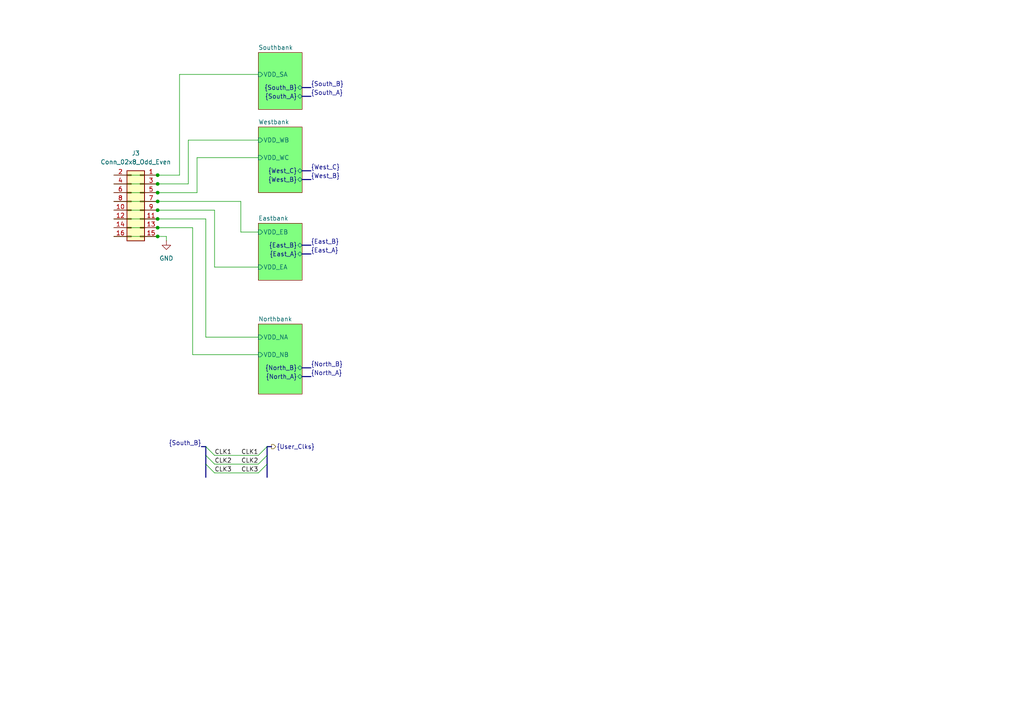
<source format=kicad_sch>
(kicad_sch (version 20250114) (generator "eeschema") (generator_version "9.0")
  (paper "A4")
  (title_block (title "SoM Programmer & Tester") (date "2024-12-20") (rev "0.1") (company "Technische Hochschule Köln") (comment 1 "Felix Sebastian Nitz"))
  (lib_symbols
    (symbol "Connector_Generic:Conn_02x08_Odd_Even" (pin_names (offset 1.016) (hide yes))
      (property "Reference" "J" (at 1.27 10.16 0))
      (property "Value" "Conn_02x08_Odd_Even" (at 1.27 -12.7 0))
      (symbol "Conn_02x08_Odd_Even_1_1"
        (rectangle (start -1.27 8.89) (end 3.81 -11.43) (stroke (width 0.254)) (fill (type background)))
        (rectangle (start -1.27 7.747) (end 0 7.493) (stroke (width 0.1524)))
        (rectangle (start -1.27 5.207) (end 0 4.953) (stroke (width 0.1524)))
        (rectangle (start -1.27 2.667) (end 0 2.413) (stroke (width 0.1524)))
        (rectangle (start -1.27 0.127) (end 0 -0.127) (stroke (width 0.1524)))
        (rectangle (start -1.27 -2.413) (end 0 -2.667) (stroke (width 0.1524)))
        (rectangle (start -1.27 -4.953) (end 0 -5.207) (stroke (width 0.1524)))
        (rectangle (start -1.27 -7.493) (end 0 -7.747) (stroke (width 0.1524)))
        (rectangle (start -1.27 -10.033) (end 0 -10.287) (stroke (width 0.1524)))
        (rectangle (start 3.81 7.747) (end 2.54 7.493) (stroke (width 0.1524)))
        (rectangle (start 3.81 5.207) (end 2.54 4.953) (stroke (width 0.1524)))
        (rectangle (start 3.81 2.667) (end 2.54 2.413) (stroke (width 0.1524)))
        (rectangle (start 3.81 0.127) (end 2.54 -0.127) (stroke (width 0.1524)))
        (rectangle (start 3.81 -2.413) (end 2.54 -2.667) (stroke (width 0.1524)))
        (rectangle (start 3.81 -4.953) (end 2.54 -5.207) (stroke (width 0.1524)))
        (rectangle (start 3.81 -7.493) (end 2.54 -7.747) (stroke (width 0.1524)))
        (rectangle (start 3.81 -10.033) (end 2.54 -10.287) (stroke (width 0.1524)))
        (pin passive line (at -5.08 7.62 0) (length 3.81) (name "Pin_1") (number "1"))
        (pin passive line (at -5.08 5.08 0) (length 3.81) (name "Pin_3") (number "3"))
        (pin passive line (at -5.08 2.54 0) (length 3.81) (name "Pin_5") (number "5"))
        (pin passive line (at -5.08 0 0) (length 3.81) (name "Pin_7") (number "7"))
        (pin passive line (at -5.08 -2.54 0) (length 3.81) (name "Pin_9") (number "9"))
        (pin passive line (at -5.08 -5.08 0) (length 3.81) (name "Pin_11") (number "11"))
        (pin passive line (at -5.08 -7.62 0) (length 3.81) (name "Pin_13") (number "13"))
        (pin passive line (at -5.08 -10.16 0) (length 3.81) (name "Pin_15") (number "15"))
        (pin passive line (at 7.62 7.62 180) (length 3.81) (name "Pin_2") (number "2"))
        (pin passive line (at 7.62 5.08 180) (length 3.81) (name "Pin_4") (number "4"))
        (pin passive line (at 7.62 2.54 180) (length 3.81) (name "Pin_6") (number "6"))
        (pin passive line (at 7.62 0 180) (length 3.81) (name "Pin_8") (number "8"))
        (pin passive line (at 7.62 -2.54 180) (length 3.81) (name "Pin_10") (number "10"))
        (pin passive line (at 7.62 -5.08 180) (length 3.81) (name "Pin_12") (number "12"))
        (pin passive line (at 7.62 -7.62 180) (length 3.81) (name "Pin_14") (number "14"))
        (pin passive line (at 7.62 -10.16 180) (length 3.81) (name "Pin_16") (number "16"))
      )
    )
    (symbol "power:GND" (power) (pin_numbers (hide yes)) (pin_names (offset 0) (hide yes))
      (property "Value" "GND" (at 0 -3.81 0))
      (symbol "GND_0_1"
        (polyline (pts (xy 0 0) (xy 0 -1.27) (xy 1.27 -1.27) (xy 0 -2.54) (xy -1.27 -1.27) (xy 0 -1.27)))
      )
      (symbol "GND_1_1"
        (pin power_in line (at 0 0 270) (length 0) (name "~") (number "1"))
      )
    )
  )
  (junction (at 45.72 58.42))
  (junction (at 45.72 50.8))
  (junction (at 45.72 63.5))
  (junction (at 45.72 53.34))
  (junction (at 45.72 55.88))
  (junction (at 45.72 68.58))
  (junction (at 45.72 66.04))
  (junction (at 45.72 60.96))
  (bus_entry (at 77.47 134.62) (size -2.54 2.54))
  (bus_entry (at 77.47 129.54) (size -2.54 2.54))
  (bus_entry (at 59.69 129.54) (size 2.54 2.54))
  (bus_entry (at 77.47 132.08) (size -2.54 2.54))
  (bus_entry (at 59.69 134.62) (size 2.54 2.54))
  (bus_entry (at 59.69 132.08) (size 2.54 2.54))
  (wire (pts (xy 62.23 137.16) (xy 74.93 137.16)))
  (bus (pts (xy 59.69 134.62) (xy 59.69 138.43)))
  (wire (pts (xy 62.23 132.08) (xy 74.93 132.08)))
  (wire (pts (xy 52.07 21.59) (xy 74.93 21.59)))
  (wire (pts (xy 55.88 66.04) (xy 55.88 102.87)))
  (bus (pts (xy 78.74 129.54) (xy 77.47 129.54)))
  (wire (pts (xy 33.02 50.8) (xy 45.72 50.8)))
  (wire (pts (xy 33.02 66.04) (xy 45.72 66.04)))
  (bus (pts (xy 87.63 27.94) (xy 90.17 27.94)))
  (wire (pts (xy 52.07 21.59) (xy 52.07 50.8)))
  (wire (pts (xy 57.15 45.72) (xy 74.93 45.72)))
  (bus (pts (xy 87.63 73.66) (xy 90.17 73.66)))
  (bus (pts (xy 58.42 129.54) (xy 59.69 129.54)))
  (wire (pts (xy 33.02 68.58) (xy 45.72 68.58)))
  (wire (pts (xy 69.85 58.42) (xy 45.72 58.42)))
  (wire (pts (xy 45.72 53.34) (xy 54.61 53.34)))
  (wire (pts (xy 69.85 67.31) (xy 69.85 58.42)))
  (wire (pts (xy 45.72 66.04) (xy 55.88 66.04)))
  (bus (pts (xy 87.63 71.12) (xy 90.17 71.12)))
  (bus (pts (xy 87.63 49.53) (xy 90.17 49.53)))
  (bus (pts (xy 77.47 132.08) (xy 77.47 134.62)))
  (wire (pts (xy 55.88 102.87) (xy 74.93 102.87)))
  (wire (pts (xy 48.26 68.58) (xy 48.26 69.85)))
  (wire (pts (xy 74.93 97.79) (xy 59.69 97.79)))
  (bus (pts (xy 59.69 129.54) (xy 59.69 132.08)))
  (wire (pts (xy 54.61 40.64) (xy 74.93 40.64)))
  (wire (pts (xy 57.15 55.88) (xy 57.15 45.72)))
  (wire (pts (xy 45.72 50.8) (xy 52.07 50.8)))
  (bus (pts (xy 87.63 52.07) (xy 90.17 52.07)))
  (wire (pts (xy 59.69 97.79) (xy 59.69 63.5)))
  (wire (pts (xy 33.02 53.34) (xy 45.72 53.34)))
  (wire (pts (xy 62.23 60.96) (xy 62.23 77.47)))
  (bus (pts (xy 77.47 129.54) (xy 77.47 132.08)))
  (wire (pts (xy 33.02 60.96) (xy 45.72 60.96)))
  (bus (pts (xy 77.47 134.62) (xy 77.47 138.43)))
  (wire (pts (xy 33.02 55.88) (xy 45.72 55.88)))
  (wire (pts (xy 62.23 77.47) (xy 74.93 77.47)))
  (wire (pts (xy 45.72 60.96) (xy 62.23 60.96)))
  (wire (pts (xy 33.02 63.5) (xy 45.72 63.5)))
  (wire (pts (xy 45.72 55.88) (xy 57.15 55.88)))
  (bus (pts (xy 59.69 132.08) (xy 59.69 134.62)))
  (wire (pts (xy 45.72 63.5) (xy 59.69 63.5)))
  (wire (pts (xy 33.02 58.42) (xy 45.72 58.42)))
  (wire (pts (xy 62.23 134.62) (xy 74.93 134.62)))
  (bus (pts (xy 87.63 109.22) (xy 90.17 109.22)))
  (wire (pts (xy 54.61 40.64) (xy 54.61 53.34)))
  (wire (pts (xy 69.85 67.31) (xy 74.93 67.31)))
  (bus (pts (xy 87.63 106.68) (xy 90.17 106.68)))
  (wire (pts (xy 45.72 68.58) (xy 48.26 68.58)))
  (bus (pts (xy 87.63 25.4) (xy 90.17 25.4)))
  (label "CLK3" (at 62.23 137.16 0))
  (label "CLK2" (at 62.23 134.62 0))
  (label "CLK1" (at 62.23 132.08 0))
  (label "{East_B}" (at 90.17 71.12 0))
  (label "{West_B}" (at 90.17 52.07 0))
  (label "{West_C}" (at 90.17 49.53 0))
  (label "{South_A}" (at 90.17 27.94 0))
  (label "CLK3" (at 74.93 137.16 180))
  (label "{North_B}" (at 90.17 106.68 0))
  (label "CLK2" (at 74.93 134.62 180))
  (label "CLK1" (at 74.93 132.08 180))
  (label "{South_B}" (at 90.17 25.4 0))
  (label "{South_B}" (at 58.42 129.54 180))
  (label "{North_A}" (at 90.17 109.22 0))
  (label "{East_A}" (at 90.17 73.66 0))
  (hierarchical_label "{User_Clks}" (shape output) (at 78.74 129.54 0))
  (symbol (lib_id "power:GND") (at 48.26 69.85 0) (unit 1)
    (property "Reference" "#PWR023" (effects (hide yes)))
    (property "Value" "GND" (at 48.26 74.93 0))
    (property "Description" "Power symbol creates a global label with name \"GND\" , ground" (effects (hide yes)))
  )
  (symbol (lib_id "Connector_Generic:Conn_02x08_Odd_Even") (at 40.64 58.42 0) (mirror y) (unit 1)
    (property "Reference" "J3" (at 39.37 44.45 0))
    (property "Value" "Conn_02x8_Odd_Even" (at 39.37 46.99 0))
    (property "Footprint" "Connector_PinHeader_2.54mm:PinHeader_2x08_P2.54mm_Vertical" (effects (hide yes)))
    (property "Description" "Generic connector, double row, 02x08, odd/even pin numbering scheme (row 1 odd numbers, row 2 even numbers), script generated (kicad-library-utils/schlib/autogen/connector/)" (effects (hide yes)))
    (property "Mouser Part Number" "649-1012938191601BLF" (effects (hide yes)))
  )
  (sheet (at 74.93 93.98) (size 12.7 20.32) (stroke (width 0.1524)) (fill (color 128 255 128 1.0000))
    (property "Sheetname" "Northbank" (at 74.93 93.2684 0) (effects (justify left bottom)))
    (property "Sheetfile" "Northbank.kicad_sch" (effects (hide yes)))
    (pin "VDD_NA" input (at 74.93 97.79 180))
    (pin "VDD_NB" input (at 74.93 102.87 180))
    (pin "{North_A}" bidirectional (at 87.63 109.22 0))
    (pin "{North_B}" bidirectional (at 87.63 106.68 0))
  )
  (sheet (at 74.93 15.24) (size 12.7 16.51) (stroke (width 0.1524)) (fill (color 128 255 128 1.0000))
    (property "Sheetname" "Southbank" (at 74.93 14.5284 0) (effects (justify left bottom)))
    (property "Sheetfile" "Southbank.kicad_sch" (effects (hide yes)))
    (pin "VDD_SA" input (at 74.93 21.59 180))
    (pin "{South_B}" bidirectional (at 87.63 25.4 0))
    (pin "{South_A}" bidirectional (at 87.63 27.94 0))
  )
  (sheet (at 74.93 36.83) (size 12.7 19.05) (stroke (width 0.1524)) (fill (color 128 255 128 1.0000))
    (property "Sheetname" "Westbank" (at 74.93 36.1184 0) (effects (justify left bottom)))
    (property "Sheetfile" "Westbank.kicad_sch" (effects (hide yes)))
    (pin "VDD_WB" input (at 74.93 40.64 180))
    (pin "VDD_WC" input (at 74.93 45.72 180))
    (pin "{West_C}" bidirectional (at 87.63 49.53 0))
    (pin "{West_B}" bidirectional (at 87.63 52.07 0))
  )
  (sheet (at 74.93 64.77) (size 12.7 16.51) (stroke (width 0.1524)) (fill (color 128 255 128 1.0000))
    (property "Sheetname" "Eastbank" (at 74.93 64.0584 0) (effects (justify left bottom)))
    (property "Sheetfile" "Eastbank.kicad_sch" (effects (hide yes)))
    (pin "VDD_EB" input (at 74.93 67.31 180))
    (pin "VDD_EA" input (at 74.93 77.47 180))
    (pin "{East_B}" bidirectional (at 87.63 71.12 0))
    (pin "{East_A}" bidirectional (at 87.63 73.66 0))
  )
)
</source>
